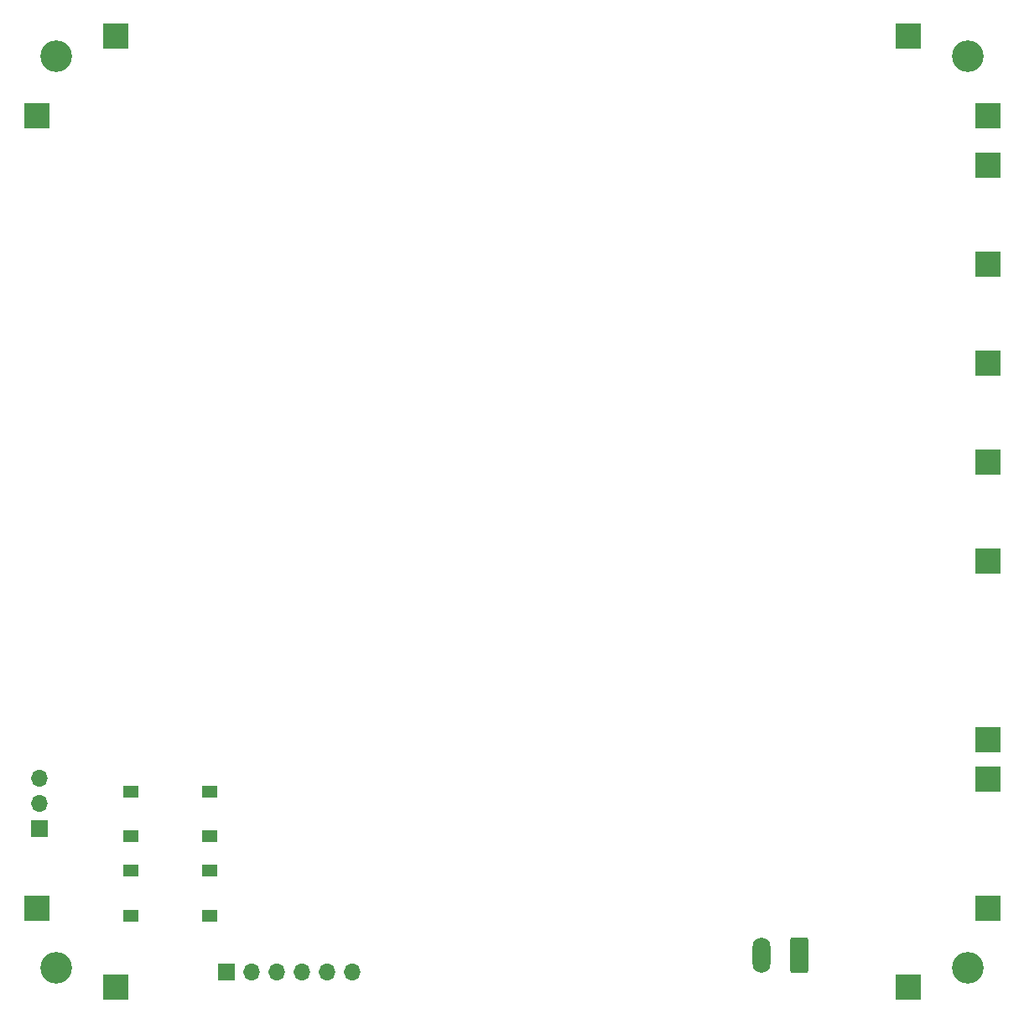
<source format=gbs>
G04 #@! TF.GenerationSoftware,KiCad,Pcbnew,(6.0.8)*
<<<<<<< Updated upstream
G04 #@! TF.CreationDate,2022-12-06T21:36:09-08:00*
=======
G04 #@! TF.CreationDate,2022-12-10T17:32:00-08:00*
>>>>>>> Stashed changes
G04 #@! TF.ProjectId,EveryDayCalendarSingleMonth,45766572-7944-4617-9943-616c656e6461,rev?*
G04 #@! TF.SameCoordinates,Original*
G04 #@! TF.FileFunction,Soldermask,Bot*
G04 #@! TF.FilePolarity,Negative*
%FSLAX46Y46*%
G04 Gerber Fmt 4.6, Leading zero omitted, Abs format (unit mm)*
<<<<<<< Updated upstream
G04 Created by KiCad (PCBNEW (6.0.8)) date 2022-12-06 21:36:09*
=======
G04 Created by KiCad (PCBNEW (6.0.8)) date 2022-12-10 17:32:00*
>>>>>>> Stashed changes
%MOMM*%
%LPD*%
G01*
G04 APERTURE LIST*
G04 Aperture macros list*
%AMRoundRect*
0 Rectangle with rounded corners*
0 $1 Rounding radius*
0 $2 $3 $4 $5 $6 $7 $8 $9 X,Y pos of 4 corners*
0 Add a 4 corners polygon primitive as box body*
4,1,4,$2,$3,$4,$5,$6,$7,$8,$9,$2,$3,0*
0 Add four circle primitives for the rounded corners*
1,1,$1+$1,$2,$3*
1,1,$1+$1,$4,$5*
1,1,$1+$1,$6,$7*
1,1,$1+$1,$8,$9*
0 Add four rect primitives between the rounded corners*
20,1,$1+$1,$2,$3,$4,$5,0*
20,1,$1+$1,$4,$5,$6,$7,0*
20,1,$1+$1,$6,$7,$8,$9,0*
20,1,$1+$1,$8,$9,$2,$3,0*%
G04 Aperture macros list end*
%ADD10C,3.200000*%
%ADD11RoundRect,0.250000X0.650000X1.550000X-0.650000X1.550000X-0.650000X-1.550000X0.650000X-1.550000X0*%
%ADD12O,1.800000X3.600000*%
%ADD13R,1.700000X1.700000*%
%ADD14O,1.700000X1.700000*%
%ADD15R,2.500000X2.500000*%
%ADD16R,1.550000X1.300000*%
G04 APERTURE END LIST*
D10*
G04 #@! TO.C,TP_CORNER_2*
X146000000Y-136000000D03*
G04 #@! TD*
G04 #@! TO.C,TP_CORNER_1*
X146000000Y-44000000D03*
G04 #@! TD*
G04 #@! TO.C,TP_CORNER_4*
X54000000Y-44000000D03*
G04 #@! TD*
D11*
G04 #@! TO.C,J2_POWER_IN1*
X129000000Y-134750000D03*
D12*
X125190000Y-134750000D03*
G04 #@! TD*
D10*
G04 #@! TO.C,TP_CORNER_3*
X54000000Y-136000000D03*
G04 #@! TD*
D13*
G04 #@! TO.C,J3_PROGRAMING_PIN1*
X71150000Y-136500000D03*
D14*
X73690000Y-136500000D03*
X76230000Y-136500000D03*
X78770000Y-136500000D03*
X81310000Y-136500000D03*
X83850000Y-136500000D03*
G04 #@! TD*
D13*
G04 #@! TO.C,ONE_WIRE1*
X52250000Y-122025000D03*
D14*
X52250000Y-119485000D03*
X52250000Y-116945000D03*
G04 #@! TD*
D15*
G04 #@! TO.C,LED_IN1*
X148000000Y-117000000D03*
G04 #@! TD*
D16*
G04 #@! TO.C,SW_RESET1*
X69475000Y-126250000D03*
X61525000Y-126250000D03*
X69475000Y-130750000D03*
X61525000Y-130750000D03*
G04 #@! TD*
D15*
G04 #@! TO.C,LED_OUT1*
X148000000Y-113000000D03*
G04 #@! TD*
G04 #@! TO.C,WIN2*
X148000000Y-65000000D03*
G04 #@! TD*
G04 #@! TO.C,GND2*
X148000000Y-50000000D03*
G04 #@! TD*
G04 #@! TO.C,5V4*
X140000000Y-138000000D03*
G04 #@! TD*
G04 #@! TO.C,CAL_PREV1*
X148000000Y-85000000D03*
G04 #@! TD*
G04 #@! TO.C,5V2*
X148000000Y-130000000D03*
G04 #@! TD*
G04 #@! TO.C,5V3*
X52000000Y-130000000D03*
G04 #@! TD*
G04 #@! TO.C,GND1*
X60000000Y-42000000D03*
G04 #@! TD*
G04 #@! TO.C,5V1*
X140000000Y-42000000D03*
G04 #@! TD*
G04 #@! TO.C,GND4*
X60000000Y-138000000D03*
G04 #@! TD*
G04 #@! TO.C,CAL_NEXT1*
X148000000Y-95000000D03*
G04 #@! TD*
G04 #@! TO.C,GND3*
X52000000Y-50000000D03*
G04 #@! TD*
G04 #@! TO.C,MODE1*
X148000000Y-75000000D03*
G04 #@! TD*
G04 #@! TO.C,WIN1*
X148000000Y-55000000D03*
G04 #@! TD*
D16*
G04 #@! TO.C,SW_BOOTLOAD1*
X61525000Y-118250000D03*
X69475000Y-118250000D03*
X69475000Y-122750000D03*
X61525000Y-122750000D03*
G04 #@! TD*
M02*

</source>
